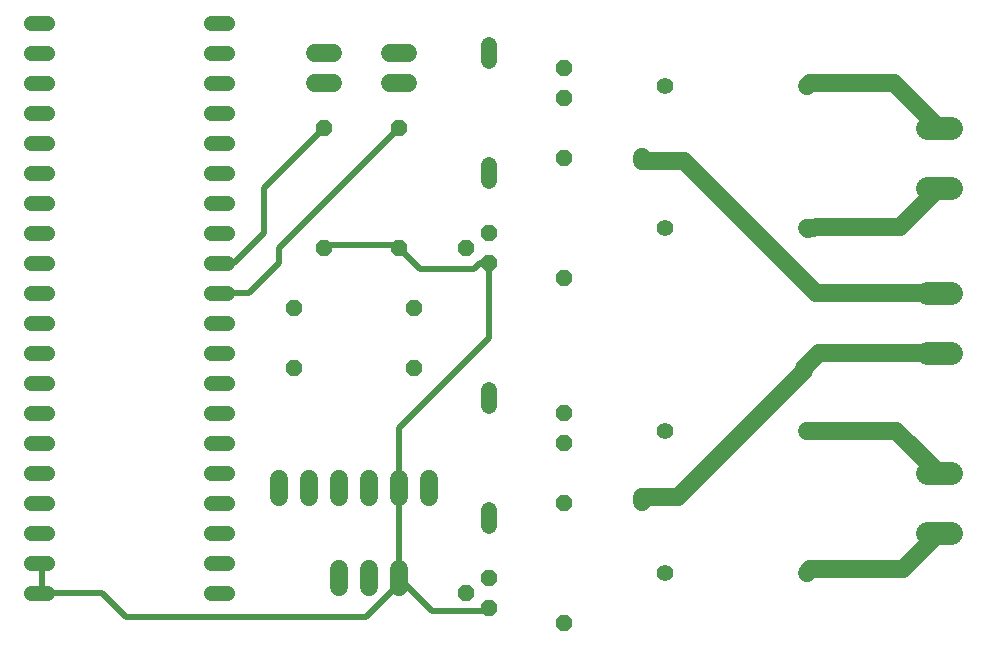
<source format=gbr>
G04 EAGLE Gerber RS-274X export*
G75*
%MOMM*%
%FSLAX34Y34*%
%LPD*%
%INBottom Copper*%
%IPPOS*%
%AMOC8*
5,1,8,0,0,1.08239X$1,22.5*%
G01*
%ADD10C,1.524000*%
%ADD11C,1.320800*%
%ADD12P,1.429621X8X292.500000*%
%ADD13P,1.429621X8X112.500000*%
%ADD14P,1.429621X8X202.500000*%
%ADD15C,1.408000*%
%ADD16C,1.308000*%
%ADD17C,1.981200*%
%ADD18C,0.508000*%


D10*
X292100Y284480D02*
X292100Y299720D01*
X317500Y299720D02*
X317500Y284480D01*
X342900Y284480D02*
X342900Y299720D01*
X368300Y299720D02*
X368300Y284480D01*
X393700Y284480D02*
X393700Y299720D01*
X419100Y299720D02*
X419100Y284480D01*
D11*
X469900Y653796D02*
X469900Y667004D01*
X469900Y565404D02*
X469900Y552196D01*
X469900Y374904D02*
X469900Y361696D01*
X469900Y273304D02*
X469900Y260096D01*
D12*
X533400Y647700D03*
X533400Y622300D03*
X533400Y355600D03*
X533400Y330200D03*
D13*
X469900Y508000D03*
X450850Y495300D03*
X469900Y482600D03*
X469900Y215900D03*
X450850Y203200D03*
X469900Y190500D03*
X533400Y177800D03*
X533400Y279400D03*
X533400Y469900D03*
X533400Y571500D03*
D14*
X406400Y444500D03*
X304800Y444500D03*
X406400Y393700D03*
X304800Y393700D03*
D12*
X330200Y596900D03*
X330200Y495300D03*
X393700Y596900D03*
X393700Y495300D03*
D15*
X739200Y632700D03*
X619200Y512700D03*
X599200Y572700D03*
X739200Y512700D03*
X619200Y632700D03*
X739200Y340600D03*
X619200Y220600D03*
X599200Y280600D03*
X739200Y220600D03*
X619200Y340600D03*
D10*
X401320Y660400D02*
X386080Y660400D01*
X386080Y635000D02*
X401320Y635000D01*
X337820Y635000D02*
X322580Y635000D01*
X322580Y660400D02*
X337820Y660400D01*
D16*
X247840Y203200D02*
X234760Y203200D01*
X234760Y228600D02*
X247840Y228600D01*
X247840Y254000D02*
X234760Y254000D01*
X234760Y279400D02*
X247840Y279400D01*
X247840Y304800D02*
X234760Y304800D01*
X234760Y330200D02*
X247840Y330200D01*
X247840Y355600D02*
X234760Y355600D01*
X234760Y381000D02*
X247840Y381000D01*
X247840Y406400D02*
X234760Y406400D01*
X234760Y431800D02*
X247840Y431800D01*
X247840Y457200D02*
X234760Y457200D01*
X234760Y482600D02*
X247840Y482600D01*
X247840Y508000D02*
X234760Y508000D01*
X234760Y533400D02*
X247840Y533400D01*
X247840Y558800D02*
X234760Y558800D01*
X234760Y584200D02*
X247840Y584200D01*
X247840Y609600D02*
X234760Y609600D01*
X234760Y635000D02*
X247840Y635000D01*
X247840Y660400D02*
X234760Y660400D01*
X234760Y685800D02*
X247840Y685800D01*
X95440Y203200D02*
X82360Y203200D01*
X82360Y228600D02*
X95440Y228600D01*
X95440Y254000D02*
X82360Y254000D01*
X82360Y279400D02*
X95440Y279400D01*
X95440Y304800D02*
X82360Y304800D01*
X82360Y330200D02*
X95440Y330200D01*
X95440Y355600D02*
X82360Y355600D01*
X82360Y381000D02*
X95440Y381000D01*
X95440Y406400D02*
X82360Y406400D01*
X82360Y431800D02*
X95440Y431800D01*
X95440Y457200D02*
X82360Y457200D01*
X82360Y482600D02*
X95440Y482600D01*
X95440Y508000D02*
X82360Y508000D01*
X82360Y533400D02*
X95440Y533400D01*
X95440Y558800D02*
X82360Y558800D01*
X82360Y584200D02*
X95440Y584200D01*
X95440Y609600D02*
X82360Y609600D01*
X82360Y635000D02*
X95440Y635000D01*
X95440Y660400D02*
X82360Y660400D01*
X82360Y685800D02*
X95440Y685800D01*
D10*
X393700Y223520D02*
X393700Y208280D01*
X368300Y208280D02*
X368300Y223520D01*
X342900Y223520D02*
X342900Y208280D01*
D17*
X840994Y596646D02*
X860806Y596646D01*
X860806Y546354D02*
X840994Y546354D01*
X840994Y304546D02*
X860806Y304546D01*
X860806Y254254D02*
X840994Y254254D01*
X840994Y406654D02*
X860806Y406654D01*
X860806Y456946D02*
X840994Y456946D01*
D18*
X330200Y596900D02*
X279400Y546100D01*
X279400Y508000D01*
X254000Y482600D01*
X241300Y482600D01*
X292100Y482600D02*
X292100Y495300D01*
X292100Y482600D02*
X266700Y457200D01*
X241300Y457200D01*
X292100Y495300D02*
X393700Y596900D01*
D10*
X741680Y223520D02*
X739200Y220600D01*
X820166Y223520D02*
X850900Y254254D01*
X820166Y223520D02*
X741680Y223520D01*
X739200Y340600D02*
X814846Y340600D01*
X850900Y304546D01*
X629920Y284480D02*
X599440Y284480D01*
X599200Y280600D01*
X629920Y284480D02*
X736600Y391160D01*
X736600Y393700D01*
X749554Y406654D01*
X850900Y406654D01*
X635000Y568960D02*
X599440Y568960D01*
X599200Y572700D01*
X850646Y457200D02*
X850900Y456946D01*
X746760Y457200D02*
X635000Y568960D01*
X746760Y457200D02*
X850646Y457200D01*
X817880Y513080D02*
X747696Y513080D01*
X739999Y511901D01*
X739200Y512700D01*
X817880Y513080D02*
X850900Y546100D01*
X850900Y546354D01*
X741500Y635000D02*
X739200Y632700D01*
X741500Y635000D02*
X812800Y635000D01*
X850900Y596900D01*
X850900Y596646D01*
D18*
X391160Y497840D02*
X330200Y497840D01*
X330200Y495300D01*
X391160Y497840D02*
X393700Y495300D01*
X462280Y482600D02*
X469900Y482600D01*
X462280Y482600D02*
X457200Y477520D01*
X411480Y477520D01*
X393700Y495300D01*
X91440Y228600D02*
X91440Y203200D01*
X91440Y228600D02*
X88900Y228600D01*
X421640Y187960D02*
X467360Y187960D01*
X469900Y190500D01*
X142240Y203200D02*
X91440Y203200D01*
X142240Y203200D02*
X162560Y182880D01*
X365760Y182880D01*
X91440Y203200D02*
X88900Y203200D01*
X365760Y182880D02*
X393700Y210820D01*
X393700Y215900D01*
X421640Y187960D01*
X393700Y215900D02*
X393700Y292100D01*
X393700Y342900D01*
X469900Y419100D02*
X469900Y482600D01*
X469900Y419100D02*
X393700Y342900D01*
M02*

</source>
